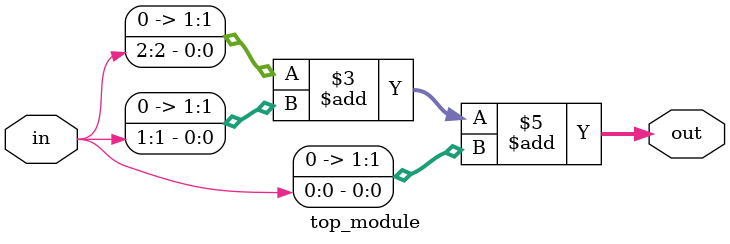
<source format=v>
module top_module( 
    input [2:0] in,
    output [1:0] out );

    assign out = (in[2] & 1'b1) + (in[1] & 1'b1) + (in[0] & 1'b1);
    
endmodule
</source>
